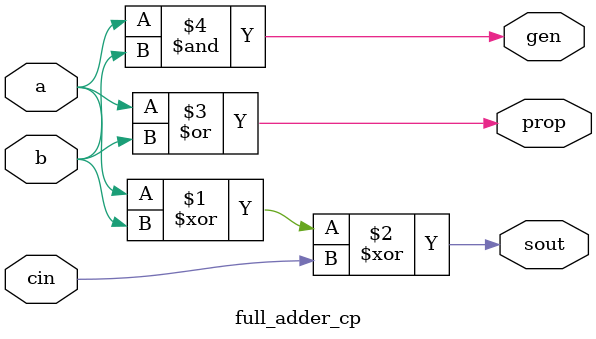
<source format=v>
module full_adder_cp (
	a,
	b,
	cin,
	prop,
	gen,
	sout
);
	input wire a;
	input wire b;
	input wire cin;
	output wire prop;
	output wire gen;
	output wire sout;
	assign sout = (a ^ b) ^ cin;
	assign prop = a | b;
	assign gen = a & b;
endmodule

</source>
